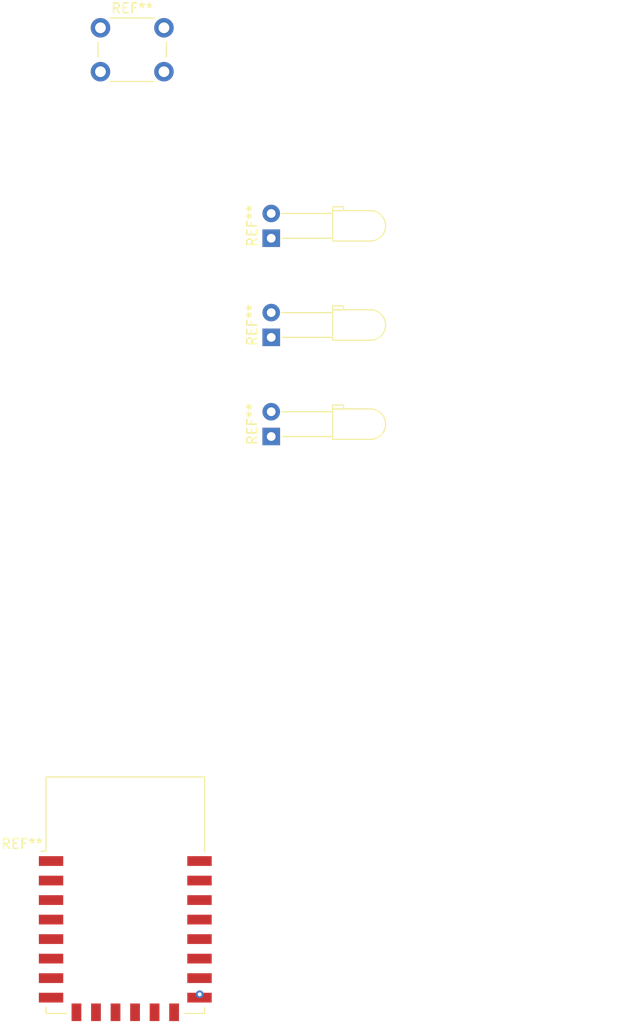
<source format=kicad_pcb>
(kicad_pcb (version 20211014) (generator pcbnew)
  (layers (0 "F.Cu" signal) (31 "B.Cu" signal) (34 "B.Paste" user) (35 "F.Paste" user) (36 "B.SilkS" user "B.Silkscreen") (37 "F.SilkS" user "F.Silkscreen") (38 "B.Mask" user) (39 "F.Mask" user) (44 "Edge.Cuts" user))
  (net 0 "")
  (footprint "RF_Module:ESP-12E" (layer "F.Cu") (at 60.96 172.72)
    (fp_text reference "REF**" (at -10.56 -5.26) (layer "F.SilkS"))
    (fp_text value "ESP-12F")
    (fp_line (start -8.12 -4.5) (end -8.73 -4.5) (layer "F.SilkS") (width 0.12))
    (fp_line (start 8.12 12.12) (end 6 12.12) (layer "F.SilkS") (width 0.12))
    (fp_line (start -6 12.12) (end -8.12 12.12) (layer "F.SilkS") (width 0.12))
    (fp_line (start 8.12 -12.12) (end 8.12 -4.5) (layer "F.SilkS") (width 0.12))
    (fp_line (start 8.12 11.5) (end 8.12 12.12) (layer "F.SilkS") (width 0.12))
    (fp_line (start -8.12 -12.12) (end 8.12 -12.12) (layer "F.SilkS") (width 0.12))
    (fp_line (start -8.12 12.12) (end -8.12 11.5) (layer "F.SilkS") (width 0.12))
    (fp_line (start -8.12 -4.5) (end -8.12 -12.12) (layer "F.SilkS") (width 0.12))
    (pad "1" smd rect (at -7.6 -3.5) (size 2.5 1) (layers "F.Cu" "F.Paste" "F.Mask"))
    (pad "2" smd rect (at -7.6 -1.5) (size 2.5 1) (layers "F.Cu" "F.Paste" "F.Mask"))
    (pad "3" smd rect (at -7.6 0.5) (size 2.5 1) (layers "F.Cu" "F.Paste" "F.Mask"))
    (pad "4" smd rect (at -7.6 2.5) (size 2.5 1) (layers "F.Cu" "F.Paste" "F.Mask"))
    (pad "5" smd rect (at -7.6 4.5) (size 2.5 1) (layers "F.Cu" "F.Paste" "F.Mask"))
    (pad "6" smd rect (at -7.6 6.5) (size 2.5 1) (layers "F.Cu" "F.Paste" "F.Mask"))
    (pad "7" smd rect (at -7.6 8.5) (size 2.5 1) (layers "F.Cu" "F.Paste" "F.Mask"))
    (pad "8" smd rect (at -7.6 10.5) (size 2.5 1) (layers "F.Cu" "F.Paste" "F.Mask"))
    (pad "9" smd rect (at -5 12) (size 1 1.8) (layers "F.Cu" "F.Paste" "F.Mask"))
    (pad "10" smd rect (at -3 12) (size 1 1.8) (layers "F.Cu" "F.Paste" "F.Mask"))
    (pad "11" smd rect (at -1 12) (size 1 1.8) (layers "F.Cu" "F.Paste" "F.Mask"))
    (pad "12" smd rect (at 1 12) (size 1 1.8) (layers "F.Cu" "F.Paste" "F.Mask"))
    (pad "13" smd rect (at 3 12) (size 1 1.8) (layers "F.Cu" "F.Paste" "F.Mask"))
    (pad "14" smd rect (at 5 12) (size 1 1.8) (layers "F.Cu" "F.Paste" "F.Mask"))
    (pad "15" smd rect (at 7.6 10.5) (size 2.5 1) (layers "F.Cu" "F.Paste" "F.Mask"))
    (pad "16" smd rect (at 7.6 8.5) (size 2.5 1) (layers "F.Cu" "F.Paste" "F.Mask"))
    (pad "17" smd rect (at 7.6 6.5) (size 2.5 1) (layers "F.Cu" "F.Paste" "F.Mask"))
    (pad "18" smd rect (at 7.6 4.5) (size 2.5 1) (layers "F.Cu" "F.Paste" "F.Mask"))
    (pad "19" smd rect (at 7.6 2.5) (size 2.5 1) (layers "F.Cu" "F.Paste" "F.Mask"))
    (pad "20" smd rect (at 7.6 0.5) (size 2.5 1) (layers "F.Cu" "F.Paste" "F.Mask"))
    (pad "21" smd rect (at 7.6 -1.5) (size 2.5 1) (layers "F.Cu" "F.Paste" "F.Mask"))
    (pad "22" smd rect (at 7.6 -3.5) (size 2.5 1) (layers "F.Cu" "F.Paste" "F.Mask"))
  )
  (footprint "LED_THT:LED_D3.0mm_Horizontal_O6.35mm_Z10.0mm" (layer "F.Cu") (at 75.905 105.39 90)
    (fp_text reference "REF**" (at 1.27 -1.96 90) (layer "F.SilkS"))
    (fp_text value "LED_D3.0mm_Horizontal_O6.35mm_Z10.0mm")
    (fp_line (start 2.83 7.41) (end 2.83 6.29) (layer "F.SilkS") (width 0.12))
    (fp_line (start -0.29 6.29) (end -0.29 10.15) (layer "F.SilkS") (width 0.12))
    (fp_line (start 2.83 6.29) (end 3.23 6.29) (layer "F.SilkS") (width 0.12))
    (fp_line (start 0 1.08) (end 0 6.29) (layer "F.SilkS") (width 0.12))
    (fp_line (start 2.54 6.29) (end 2.54 6.29) (layer "F.SilkS") (width 0.12))
    (fp_line (start -0.29 6.29) (end 2.83 6.29) (layer "F.SilkS") (width 0.12))
    (fp_line (start 3.23 7.41) (end 2.83 7.41) (layer "F.SilkS") (width 0.12))
    (fp_line (start 2.54 6.29) (end 2.54 1.08) (layer "F.SilkS") (width 0.12))
    (fp_line (start 0 6.29) (end 0 6.29) (layer "F.SilkS") (width 0.12))
    (fp_line (start 2.83 6.29) (end 2.83 10.15) (layer "F.SilkS") (width 0.12))
    (fp_line (start 2.54 1.08) (end 2.54 6.29) (layer "F.SilkS") (width 0.12))
    (fp_line (start 2.54 1.08) (end 2.54 1.08) (layer "F.SilkS") (width 0.12))
    (fp_line (start 0 6.29) (end 0 1.08) (layer "F.SilkS") (width 0.12))
    (fp_line (start 3.23 6.29) (end 3.23 7.41) (layer "F.SilkS") (width 0.12))
    (fp_line (start 0 1.08) (end 0 1.08) (layer "F.SilkS") (width 0.12))
    (fp_arc (start 2.83 10.15) (mid 1.27 11.71) (end -0.29 10.15) (layer "F.SilkS") (width 0.12))
    (pad "1" thru_hole rect (at 0 0 90) (size 1.8 1.8) (drill 0.9) (layers *.Cu *.Mask))
    (pad "2" thru_hole circle (at 2.54 0 90) (size 1.8 1.8) (drill 0.9) (layers *.Cu *.Mask))
  )
  (footprint "Button_Switch_THT:SW_PUSH_6mm" (layer "F.Cu") (at 58.42 83.82)
    (fp_text reference "REF**" (at 3.25 -2) (layer "F.SilkS"))
    (fp_text value "SW_PUSH_6mm")
    (fp_line (start 6.75 3) (end 6.75 1.5) (layer "F.SilkS") (width 0.12))
    (fp_line (start -0.25 1.5) (end -0.25 3) (layer "F.SilkS") (width 0.12))
    (fp_line (start 5.5 -1) (end 1 -1) (layer "F.SilkS") (width 0.12))
    (fp_line (start 1 5.5) (end 5.5 5.5) (layer "F.SilkS") (width 0.12))
    (pad "1" thru_hole circle (at 0 0 90) (size 2 2) (drill 1.1) (layers *.Cu *.Mask))
    (pad "1" thru_hole circle (at 6.5 0 90) (size 2 2) (drill 1.1) (layers *.Cu *.Mask))
    (pad "2" thru_hole circle (at 6.5 4.5 90) (size 2 2) (drill 1.1) (layers *.Cu *.Mask))
    (pad "2" thru_hole circle (at 0 4.5 90) (size 2 2) (drill 1.1) (layers *.Cu *.Mask))
  )
  (footprint "LED_THT:LED_D3.0mm_Horizontal_O6.35mm_Z10.0mm" (layer "F.Cu") (at 75.905 125.71 90)
    (fp_text reference "REF**" (at 1.27 -1.96 90) (layer "F.SilkS"))
    (fp_text value "LED_D3.0mm_Horizontal_O6.35mm_Z10.0mm")
    (fp_line (start 2.83 7.41) (end 2.83 6.29) (layer "F.SilkS") (width 0.12))
    (fp_line (start -0.29 6.29) (end -0.29 10.15) (layer "F.SilkS") (width 0.12))
    (fp_line (start 2.83 6.29) (end 3.23 6.29) (layer "F.SilkS") (width 0.12))
    (fp_line (start 0 1.08) (end 0 6.29) (layer "F.SilkS") (width 0.12))
    (fp_line (start 2.54 6.29) (end 2.54 6.29) (layer "F.SilkS") (width 0.12))
    (fp_line (start -0.29 6.29) (end 2.83 6.29) (layer "F.SilkS") (width 0.12))
    (fp_line (start 3.23 7.41) (end 2.83 7.41) (layer "F.SilkS") (width 0.12))
    (fp_line (start 2.54 6.29) (end 2.54 1.08) (layer "F.SilkS") (width 0.12))
    (fp_line (start 0 6.29) (end 0 6.29) (layer "F.SilkS") (width 0.12))
    (fp_line (start 2.83 6.29) (end 2.83 10.15) (layer "F.SilkS") (width 0.12))
    (fp_line (start 2.54 1.08) (end 2.54 6.29) (layer "F.SilkS") (width 0.12))
    (fp_line (start 2.54 1.08) (end 2.54 1.08) (layer "F.SilkS") (width 0.12))
    (fp_line (start 0 6.29) (end 0 1.08) (layer "F.SilkS") (width 0.12))
    (fp_line (start 3.23 6.29) (end 3.23 7.41) (layer "F.SilkS") (width 0.12))
    (fp_line (start 0 1.08) (end 0 1.08) (layer "F.SilkS") (width 0.12))
    (fp_arc (start 2.83 10.15) (mid 1.27 11.71) (end -0.29 10.15) (layer "F.SilkS") (width 0.12))
    (pad "1" thru_hole rect (at 0 0 90) (size 1.8 1.8) (drill 0.9) (layers *.Cu *.Mask))
    (pad "2" thru_hole circle (at 2.54 0 90) (size 1.8 1.8) (drill 0.9) (layers *.Cu *.Mask))
  )
  (footprint "LED_THT:LED_D3.0mm_Horizontal_O6.35mm_Z10.0mm" (layer "F.Cu") (at 75.905 115.55 90)
    (fp_text reference "REF**" (at 1.27 -1.96 90) (layer "F.SilkS"))
    (fp_text value "LED_D3.0mm_Horizontal_O6.35mm_Z10.0mm")
    (fp_line (start 2.83 7.41) (end 2.83 6.29) (layer "F.SilkS") (width 0.12))
    (fp_line (start -0.29 6.29) (end -0.29 10.15) (layer "F.SilkS") (width 0.12))
    (fp_line (start 2.83 6.29) (end 3.23 6.29) (layer "F.SilkS") (width 0.12))
    (fp_line (start 0 1.08) (end 0 6.29) (layer "F.SilkS") (width 0.12))
    (fp_line (start 2.54 6.29) (end 2.54 6.29) (layer "F.SilkS") (width 0.12))
    (fp_line (start -0.29 6.29) (end 2.83 6.29) (layer "F.SilkS") (width 0.12))
    (fp_line (start 3.23 7.41) (end 2.83 7.41) (layer "F.SilkS") (width 0.12))
    (fp_line (start 2.54 6.29) (end 2.54 1.08) (layer "F.SilkS") (width 0.12))
    (fp_line (start 0 6.29) (end 0 6.29) (layer "F.SilkS") (width 0.12))
    (fp_line (start 2.83 6.29) (end 2.83 10.15) (layer "F.SilkS") (width 0.12))
    (fp_line (start 2.54 1.08) (end 2.54 6.29) (layer "F.SilkS") (width 0.12))
    (fp_line (start 2.54 1.08) (end 2.54 1.08) (layer "F.SilkS") (width 0.12))
    (fp_line (start 0 6.29) (end 0 1.08) (layer "F.SilkS") (width 0.12))
    (fp_line (start 3.23 6.29) (end 3.23 7.41) (layer "F.SilkS") (width 0.12))
    (fp_line (start 0 1.08) (end 0 1.08) (layer "F.SilkS") (width 0.12))
    (fp_arc (start 2.83 10.15) (mid 1.27 11.71) (end -0.29 10.15) (layer "F.SilkS") (width 0.12))
    (pad "1" thru_hole rect (at 0 0 90) (size 1.8 1.8) (drill 0.9) (layers *.Cu *.Mask))
    (pad "2" thru_hole circle (at 2.54 0 90) (size 1.8 1.8) (drill 0.9) (layers *.Cu *.Mask))
  )
  (via (at 68.58 182.88) (size 0.8) (drill 0.4) (layers "F.Cu" "B.Cu") (net 0))
)
</source>
